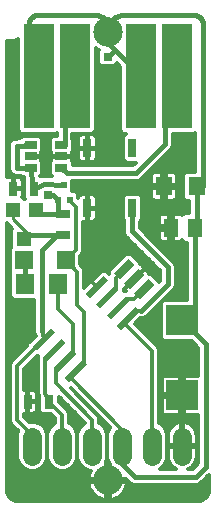
<source format=gtl>
G75*
G70*
%OFA0B0*%
%FSLAX24Y24*%
%IPPOS*%
%LPD*%
%AMOC8*
5,1,8,0,0,1.08239X$1,22.5*
%
%ADD10R,0.0197X0.0866*%
%ADD11R,0.0512X0.0630*%
%ADD12R,0.0591X0.0591*%
%ADD13R,0.0630X0.0709*%
%ADD14R,0.0315X0.0472*%
%ADD15C,0.0640*%
%ADD16R,0.0551X0.0630*%
%ADD17R,0.1063X0.1004*%
%ADD18R,0.0300X0.0600*%
%ADD19R,0.0276X0.0669*%
%ADD20C,0.0984*%
%ADD21R,0.0472X0.0315*%
%ADD22R,0.0390X0.0272*%
%ADD23R,0.0197X0.0236*%
%ADD24R,0.1000X0.3500*%
%ADD25R,0.0512X0.0512*%
%ADD26R,0.0472X0.0492*%
%ADD27R,0.0276X0.0276*%
%ADD28C,0.0120*%
%ADD29C,0.0160*%
%ADD30C,0.0100*%
D10*
G36*
X004990Y007057D02*
X005129Y006918D01*
X004518Y006307D01*
X004379Y006446D01*
X004990Y007057D01*
G37*
G36*
X004640Y007408D02*
X004779Y007269D01*
X004168Y006658D01*
X004029Y006797D01*
X004640Y007408D01*
G37*
G36*
X004286Y007761D02*
X004425Y007622D01*
X003814Y007011D01*
X003675Y007150D01*
X004286Y007761D01*
G37*
G36*
X003932Y008115D02*
X004071Y007976D01*
X003460Y007365D01*
X003321Y007504D01*
X003932Y008115D01*
G37*
G36*
X003234Y005301D02*
X003373Y005162D01*
X002762Y004551D01*
X002623Y004690D01*
X003234Y005301D01*
G37*
G36*
X002881Y005655D02*
X003020Y005516D01*
X002409Y004905D01*
X002270Y005044D01*
X002881Y005655D01*
G37*
G36*
X002527Y006008D02*
X002666Y005869D01*
X002055Y005258D01*
X001916Y005397D01*
X002527Y006008D01*
G37*
G36*
X002174Y006362D02*
X002313Y006223D01*
X001702Y005612D01*
X001563Y005751D01*
X002174Y006362D01*
G37*
D11*
X006966Y009709D03*
X006178Y009709D03*
D12*
X001283Y008629D03*
X002661Y008629D03*
D13*
X002423Y007849D03*
X001321Y007849D03*
D14*
X001626Y011009D03*
X000917Y011009D03*
X001397Y003909D03*
X002106Y003909D03*
D15*
X001552Y002749D02*
X001552Y002109D01*
X002552Y002109D02*
X002552Y002749D01*
X003552Y002749D02*
X003552Y002109D01*
X004552Y002109D02*
X004552Y002749D01*
X005552Y002749D02*
X005552Y002109D01*
X006552Y002109D02*
X006552Y002749D01*
D16*
X005941Y011089D03*
X007043Y011089D03*
D17*
X006552Y004120D03*
X006552Y006617D03*
D18*
X004891Y012362D03*
X004891Y010362D03*
X003391Y012362D03*
X003391Y010362D03*
D19*
G36*
X004486Y008002D02*
X004291Y008197D01*
X004762Y008668D01*
X004957Y008473D01*
X004486Y008002D01*
G37*
G36*
X004820Y007668D02*
X004625Y007863D01*
X005096Y008334D01*
X005291Y008139D01*
X004820Y007668D01*
G37*
G36*
X005154Y007334D02*
X004959Y007529D01*
X005430Y008000D01*
X005625Y007805D01*
X005154Y007334D01*
G37*
D20*
X004072Y001288D03*
X004072Y016249D03*
D21*
X002572Y009454D03*
X002572Y010163D03*
D22*
X001500Y012463D03*
X001500Y012089D03*
X001500Y011714D03*
X002524Y011714D03*
X002524Y012089D03*
X002524Y012463D03*
D23*
X002612Y011144D03*
X002415Y010633D03*
X002809Y010633D03*
D24*
X005163Y014769D03*
X006381Y014769D03*
X001763Y014769D03*
X002981Y014769D03*
D25*
X001292Y009317D03*
D26*
X001686Y010311D03*
X000898Y010311D03*
D27*
X004072Y015409D03*
X002092Y010809D03*
D28*
X002998Y004926D02*
X002852Y004749D01*
X002852Y004689D01*
X004592Y002949D01*
X004592Y002469D01*
X004552Y002429D01*
X002998Y004926D02*
X003029Y004926D01*
X003292Y005189D01*
X003292Y006889D01*
X003052Y007129D01*
X003052Y008237D01*
X002661Y008629D01*
X003012Y008980D01*
X003012Y010409D01*
X002809Y010612D01*
X002809Y010633D01*
X005221Y009988D02*
X005221Y010737D01*
X005116Y010842D01*
X004667Y010842D01*
X004561Y010737D01*
X004561Y009988D01*
X004612Y009937D01*
X004612Y009537D01*
X004651Y009441D01*
X004725Y009368D01*
X005812Y008281D01*
X005812Y007936D01*
X005781Y007905D01*
X005505Y008181D01*
X005446Y008181D01*
X005441Y008202D01*
X005420Y008239D01*
X005314Y008345D01*
X004970Y008001D01*
X004958Y008014D01*
X005301Y008357D01*
X005195Y008463D01*
X005159Y008484D01*
X005138Y008490D01*
X005138Y008549D01*
X004837Y008849D01*
X004688Y008849D01*
X004109Y008271D01*
X004109Y008165D01*
X004031Y008244D01*
X003995Y008265D01*
X003954Y008276D01*
X003912Y008276D01*
X003871Y008265D01*
X003835Y008244D01*
X003514Y007923D01*
X003696Y007740D01*
X003696Y007740D01*
X003514Y007922D01*
X003292Y007701D01*
X003292Y008190D01*
X003292Y008285D01*
X003255Y008373D01*
X003136Y008493D01*
X003136Y008764D01*
X003148Y008776D01*
X003215Y008844D01*
X003252Y008932D01*
X003252Y009902D01*
X003376Y009902D01*
X003376Y010347D01*
X003406Y010347D01*
X003406Y009902D01*
X003562Y009902D01*
X003603Y009913D01*
X003639Y009934D01*
X003669Y009964D01*
X003690Y010000D01*
X003701Y010041D01*
X003701Y010347D01*
X003406Y010347D01*
X003406Y010377D01*
X003701Y010377D01*
X003701Y010683D01*
X003690Y010724D01*
X003669Y010760D01*
X003639Y010790D01*
X003603Y010811D01*
X003562Y010822D01*
X003406Y010822D01*
X003406Y010377D01*
X003376Y010377D01*
X003376Y010822D01*
X003220Y010822D01*
X003179Y010811D01*
X003143Y010790D01*
X003113Y010760D01*
X003092Y010724D01*
X003087Y010705D01*
X003087Y010825D01*
X002982Y010931D01*
X002869Y010931D01*
X002890Y010952D01*
X002890Y011269D01*
X004960Y011269D01*
X005064Y011269D01*
X005159Y011308D01*
X006119Y012268D01*
X006192Y012341D01*
X006232Y012437D01*
X006232Y012839D01*
X006955Y012839D01*
X006992Y012875D01*
X006992Y011583D01*
X006693Y011583D01*
X006587Y011478D01*
X006587Y010699D01*
X006693Y010594D01*
X006783Y010594D01*
X006783Y010203D01*
X006635Y010203D01*
X006558Y010126D01*
X006532Y010151D01*
X006496Y010173D01*
X006455Y010183D01*
X006238Y010183D01*
X006238Y009769D01*
X006118Y009769D01*
X006118Y010183D01*
X005901Y010183D01*
X005860Y010173D01*
X005824Y010151D01*
X005794Y010122D01*
X005773Y010085D01*
X005762Y010045D01*
X005762Y009768D01*
X006118Y009768D01*
X006118Y009649D01*
X005762Y009649D01*
X005762Y009372D01*
X005773Y009332D01*
X005794Y009295D01*
X005824Y009266D01*
X005860Y009244D01*
X005901Y009234D01*
X006118Y009234D01*
X006118Y009648D01*
X006238Y009648D01*
X006238Y009234D01*
X006455Y009234D01*
X006496Y009244D01*
X006532Y009266D01*
X006558Y009291D01*
X006635Y009214D01*
X006706Y009214D01*
X006706Y007298D01*
X005946Y007298D01*
X005840Y007193D01*
X005840Y006040D01*
X005946Y005935D01*
X006866Y005935D01*
X007092Y005709D01*
X007092Y004782D01*
X006612Y004782D01*
X006612Y004181D01*
X006492Y004181D01*
X006492Y004782D01*
X005999Y004782D01*
X005959Y004771D01*
X005922Y004750D01*
X005892Y004721D01*
X005871Y004684D01*
X005860Y004644D01*
X005860Y004180D01*
X006492Y004180D01*
X006492Y004061D01*
X005860Y004061D01*
X005860Y003597D01*
X005871Y003557D01*
X005892Y003520D01*
X005922Y003490D01*
X005959Y003469D01*
X005999Y003459D01*
X006492Y003459D01*
X006492Y004060D01*
X006612Y004060D01*
X006612Y003459D01*
X007092Y003459D01*
X007092Y001856D01*
X006904Y001668D01*
X006745Y001668D01*
X006803Y001698D01*
X006864Y001742D01*
X006918Y001796D01*
X006962Y001857D01*
X006997Y001924D01*
X007020Y001996D01*
X007032Y002071D01*
X007032Y002388D01*
X006592Y002388D01*
X006592Y002469D01*
X007032Y002469D01*
X007032Y002786D01*
X007020Y002861D01*
X006997Y002933D01*
X006962Y003000D01*
X006918Y003061D01*
X006864Y003115D01*
X006803Y003159D01*
X006736Y003193D01*
X006664Y003217D01*
X006592Y003228D01*
X006592Y002469D01*
X006512Y002469D01*
X006512Y003228D01*
X006439Y003217D01*
X006368Y003193D01*
X006300Y003159D01*
X006239Y003115D01*
X006186Y003061D01*
X006141Y003000D01*
X006107Y002933D01*
X006084Y002861D01*
X006072Y002786D01*
X006072Y002469D01*
X006512Y002469D01*
X006512Y002388D01*
X006072Y002388D01*
X006072Y002071D01*
X006084Y001996D01*
X006107Y001924D01*
X006141Y001857D01*
X006186Y001796D01*
X006239Y001742D01*
X006300Y001698D01*
X006358Y001668D01*
X005796Y001668D01*
X005835Y001685D01*
X005976Y001825D01*
X006052Y002009D01*
X006052Y002848D01*
X005976Y003032D01*
X005835Y003172D01*
X005792Y003190D01*
X005792Y005541D01*
X005792Y005636D01*
X005755Y005724D01*
X004973Y006507D01*
X005154Y006689D01*
X005244Y006689D01*
X005339Y006728D01*
X006219Y007608D01*
X006292Y007681D01*
X006332Y007777D01*
X006332Y008337D01*
X006332Y008440D01*
X006292Y008536D01*
X005132Y009696D01*
X005132Y009898D01*
X005221Y009988D01*
X005505Y011148D02*
X005880Y011148D01*
X005880Y011029D01*
X005505Y011029D01*
X005505Y010752D01*
X005516Y010712D01*
X005537Y010675D01*
X005567Y010646D01*
X005603Y010624D01*
X005644Y010614D01*
X005881Y010614D01*
X005881Y011028D01*
X006001Y011028D01*
X006001Y010614D01*
X006237Y010614D01*
X006278Y010624D01*
X006314Y010646D01*
X006344Y010675D01*
X006365Y010712D01*
X006376Y010752D01*
X006376Y011029D01*
X006001Y011029D01*
X006001Y011148D01*
X006376Y011148D01*
X006376Y011425D01*
X006365Y011465D01*
X006344Y011502D01*
X006314Y011531D01*
X006278Y011553D01*
X006237Y011563D01*
X006001Y011563D01*
X006001Y011149D01*
X005881Y011149D01*
X005881Y011563D01*
X005644Y011563D01*
X005603Y011553D01*
X005567Y011531D01*
X005537Y011502D01*
X005516Y011465D01*
X005505Y011425D01*
X005505Y011148D01*
X002898Y011788D02*
X002898Y011925D01*
X002878Y011945D01*
X002878Y012081D01*
X002532Y012081D01*
X002532Y012096D01*
X002878Y012096D01*
X002878Y012232D01*
X002898Y012252D01*
X002898Y012673D01*
X002892Y012680D01*
X002892Y012839D01*
X003555Y012839D01*
X003661Y012944D01*
X003661Y015709D01*
X003691Y015679D01*
X003777Y015644D01*
X003754Y015621D01*
X003754Y015196D01*
X003859Y015091D01*
X004284Y015091D01*
X004379Y015185D01*
X004483Y015081D01*
X004483Y012944D01*
X004588Y012839D01*
X004663Y012839D01*
X004561Y012737D01*
X004561Y011988D01*
X004667Y011882D01*
X004998Y011882D01*
X004904Y011788D01*
X002898Y011788D01*
X003406Y012822D02*
X003406Y012377D01*
X003376Y012377D01*
X003376Y012822D01*
X003220Y012822D01*
X003179Y012811D01*
X003143Y012790D01*
X003113Y012760D01*
X003092Y012724D01*
X003081Y012683D01*
X003081Y012377D01*
X003376Y012377D01*
X003376Y012347D01*
X003081Y012347D01*
X003081Y012041D01*
X003092Y012000D01*
X003113Y011964D01*
X003143Y011934D01*
X003179Y011913D01*
X003220Y011902D01*
X003376Y011902D01*
X003376Y012347D01*
X003406Y012347D01*
X003406Y011902D01*
X003562Y011902D01*
X003603Y011913D01*
X003639Y011934D01*
X003669Y011964D01*
X003690Y012000D01*
X003701Y012041D01*
X003701Y012347D01*
X003406Y012347D01*
X003406Y012377D01*
X003701Y012377D01*
X003701Y012683D01*
X003690Y012724D01*
X003669Y012760D01*
X003639Y012790D01*
X003603Y012811D01*
X003562Y012822D01*
X003406Y012822D01*
X002254Y012778D02*
X002149Y012673D01*
X002149Y012252D01*
X002169Y012232D01*
X002169Y012096D01*
X002515Y012096D01*
X002515Y012081D01*
X002169Y012081D01*
X002169Y011945D01*
X002149Y011925D01*
X002149Y011504D01*
X002226Y011427D01*
X001976Y011441D01*
X001953Y011447D01*
X001925Y011444D01*
X001896Y011445D01*
X001874Y011437D01*
X001850Y011434D01*
X001833Y011425D01*
X001795Y011425D01*
X001875Y011504D01*
X001875Y011925D01*
X001855Y011945D01*
X001855Y012081D01*
X001508Y012081D01*
X001508Y012096D01*
X001855Y012096D01*
X001855Y012232D01*
X001875Y012252D01*
X001875Y012673D01*
X001769Y012778D01*
X001231Y012778D01*
X001145Y012693D01*
X001021Y012682D01*
X000980Y012682D01*
X000970Y012678D01*
X000958Y012677D01*
X000922Y012658D01*
X000885Y012643D01*
X000876Y012635D01*
X000866Y012630D01*
X000840Y012599D01*
X000811Y012570D01*
X000807Y012559D01*
X000800Y012550D01*
X000787Y012512D01*
X000772Y012474D01*
X000772Y012463D01*
X000768Y012452D01*
X000772Y012411D01*
X000772Y011657D01*
X000811Y011561D01*
X000885Y011488D01*
X000980Y011449D01*
X001084Y011449D01*
X001181Y011449D01*
X001231Y011399D01*
X001260Y011399D01*
X001289Y011285D01*
X001289Y010698D01*
X001312Y010674D01*
X001292Y010654D01*
X001226Y010719D01*
X001235Y010751D01*
X001235Y010990D01*
X000936Y010990D01*
X000936Y011027D01*
X001235Y011027D01*
X001235Y011266D01*
X001224Y011306D01*
X001203Y011343D01*
X001173Y011373D01*
X001137Y011394D01*
X001096Y011405D01*
X000936Y011405D01*
X000936Y011027D01*
X000899Y011027D01*
X000899Y011405D01*
X000739Y011405D01*
X000708Y011396D01*
X000708Y015948D01*
X000749Y015931D01*
X000938Y015931D01*
X001083Y015991D01*
X001083Y012944D01*
X001188Y012839D01*
X002337Y012839D01*
X002372Y012873D01*
X002372Y012873D01*
X002372Y012778D01*
X002254Y012778D01*
X002831Y004370D02*
X004149Y003052D01*
X004128Y003032D01*
X004052Y002848D01*
X004052Y002009D01*
X004128Y001825D01*
X004132Y001821D01*
X004132Y001348D01*
X004012Y001348D01*
X004012Y001913D01*
X004052Y002009D01*
X004052Y002848D01*
X003976Y003032D01*
X003835Y003172D01*
X003792Y003190D01*
X003792Y003356D01*
X003755Y003444D01*
X003688Y003512D01*
X002829Y004370D01*
X002831Y004370D01*
X000808Y008998D02*
X000808Y008259D01*
X000826Y008241D01*
X000826Y007420D01*
X000931Y007314D01*
X001612Y007314D01*
X001612Y006213D01*
X001651Y006118D01*
X001659Y006110D01*
X001660Y006103D01*
X001382Y005825D01*
X001382Y005778D01*
X000916Y005312D01*
X000848Y005244D01*
X000812Y005156D01*
X000812Y003356D01*
X000812Y003261D01*
X000848Y003173D01*
X001087Y002934D01*
X001052Y002848D01*
X001052Y002009D01*
X001128Y001825D01*
X001269Y001685D01*
X001452Y001609D01*
X001651Y001609D01*
X001835Y001685D01*
X001976Y001825D01*
X002052Y002009D01*
X002052Y002848D01*
X001976Y003032D01*
X001835Y003172D01*
X001651Y003248D01*
X001452Y003248D01*
X001452Y003248D01*
X001292Y003408D01*
X001292Y003512D01*
X001379Y003512D01*
X001379Y003889D01*
X001416Y003889D01*
X001416Y003512D01*
X001576Y003512D01*
X001617Y003523D01*
X001653Y003544D01*
X001683Y003574D01*
X001704Y003611D01*
X001715Y003651D01*
X001715Y003890D01*
X001416Y003890D01*
X001416Y003927D01*
X001715Y003927D01*
X001715Y004166D01*
X001704Y004206D01*
X001683Y004243D01*
X001653Y004273D01*
X001617Y004294D01*
X001576Y004305D01*
X001416Y004305D01*
X001416Y003927D01*
X001379Y003927D01*
X001379Y004305D01*
X001292Y004305D01*
X001292Y005009D01*
X001714Y005431D01*
X001735Y005431D01*
X001735Y005322D01*
X001752Y005305D01*
X001752Y004212D01*
X001751Y004168D01*
X001752Y004164D01*
X001752Y004161D01*
X001769Y004120D01*
X001769Y003598D01*
X001874Y003492D01*
X002183Y003492D01*
X002312Y003363D01*
X002312Y003190D01*
X002269Y003172D01*
X002128Y003032D01*
X002052Y002848D01*
X002052Y002009D01*
X002128Y001825D01*
X002269Y001685D01*
X002452Y001609D01*
X002651Y001609D01*
X002835Y001685D01*
X002976Y001825D01*
X003052Y002009D01*
X003052Y002848D01*
X002976Y003032D01*
X002835Y003172D01*
X002792Y003190D01*
X002792Y003511D01*
X002755Y003599D01*
X002688Y003666D01*
X002444Y003910D01*
X002444Y004077D01*
X003312Y003209D01*
X003312Y003190D01*
X003269Y003172D01*
X003128Y003032D01*
X003052Y002848D01*
X003052Y002009D01*
X003128Y001825D01*
X003269Y001685D01*
X003452Y001609D01*
X003504Y001609D01*
X003486Y001577D01*
X003453Y001498D01*
X003431Y001416D01*
X003422Y001348D01*
X004012Y001348D01*
X004012Y001228D01*
X003422Y001228D01*
X003431Y001161D01*
X003453Y001078D01*
X003486Y000999D01*
X003528Y000925D01*
X003580Y000857D01*
X003641Y000797D01*
X003709Y000745D01*
X003783Y000702D01*
X003862Y000669D01*
X003944Y000647D01*
X004012Y000638D01*
X004012Y001228D01*
X004132Y001228D01*
X004132Y000638D01*
X004199Y000647D01*
X004282Y000669D01*
X004361Y000702D01*
X004435Y000745D01*
X004503Y000797D01*
X004563Y000857D01*
X004615Y000925D01*
X004658Y000999D01*
X004691Y001078D01*
X004713Y001161D01*
X004722Y001228D01*
X004132Y001228D01*
X004132Y001348D01*
X004665Y001348D01*
X004825Y001188D01*
X004920Y001149D01*
X005024Y001149D01*
X007064Y001149D01*
X007159Y001188D01*
X007232Y001261D01*
X007435Y001464D01*
X007435Y000922D01*
X007429Y000860D01*
X007381Y000744D01*
X007293Y000656D01*
X007178Y000608D01*
X007115Y000602D01*
X001028Y000602D01*
X000966Y000608D01*
X000851Y000656D01*
X000762Y000744D01*
X000715Y000860D01*
X000708Y000922D01*
X000708Y000980D01*
X000708Y000997D01*
X000708Y009850D01*
X000803Y009755D01*
X000884Y009675D01*
X000856Y009647D01*
X000856Y009047D01*
X000808Y008998D01*
X004614Y007645D02*
X004671Y007589D01*
X004606Y007589D01*
X004606Y007662D01*
X004945Y008001D01*
X004957Y007988D01*
X004614Y007645D01*
X003773Y000708D02*
X000799Y000708D01*
X004012Y000708D02*
X004132Y000708D01*
X004370Y000708D02*
X007345Y000708D01*
X003612Y000826D02*
X000729Y000826D01*
X004012Y000826D02*
X004132Y000826D01*
X004532Y000826D02*
X007415Y000826D01*
X003517Y000945D02*
X000708Y000945D01*
X004012Y000945D02*
X004132Y000945D01*
X004626Y000945D02*
X007435Y000945D01*
X003459Y001063D02*
X000708Y001063D01*
X004012Y001063D02*
X004132Y001063D01*
X004684Y001063D02*
X007435Y001063D01*
X003428Y001182D02*
X000708Y001182D01*
X004012Y001182D02*
X004132Y001182D01*
X004716Y001182D02*
X004840Y001182D01*
X007144Y001182D02*
X007435Y001182D01*
X004012Y001300D02*
X000708Y001300D01*
X004132Y001300D02*
X004712Y001300D01*
X007271Y001300D02*
X007435Y001300D01*
X003432Y001419D02*
X000708Y001419D01*
X004012Y001419D02*
X004132Y001419D01*
X007390Y001419D02*
X007435Y001419D01*
X003469Y001537D02*
X000708Y001537D01*
X004012Y001537D02*
X004132Y001537D01*
X001338Y001656D02*
X000708Y001656D01*
X001766Y001656D02*
X002338Y001656D01*
X002766Y001656D02*
X003338Y001656D01*
X004012Y001656D02*
X004132Y001656D01*
X001179Y001774D02*
X000708Y001774D01*
X001925Y001774D02*
X002179Y001774D01*
X002925Y001774D02*
X003179Y001774D01*
X004012Y001774D02*
X004132Y001774D01*
X005925Y001774D02*
X006207Y001774D01*
X006897Y001774D02*
X007010Y001774D01*
X001100Y001893D02*
X000708Y001893D01*
X002004Y001893D02*
X002100Y001893D01*
X003004Y001893D02*
X003100Y001893D01*
X004012Y001893D02*
X004100Y001893D01*
X006004Y001893D02*
X006123Y001893D01*
X006981Y001893D02*
X007092Y001893D01*
X001052Y002012D02*
X000708Y002012D01*
X002052Y002012D02*
X002052Y002012D01*
X003052Y002012D02*
X003052Y002012D01*
X004052Y002012D02*
X004052Y002012D01*
X006052Y002012D02*
X006081Y002012D01*
X007022Y002012D02*
X007092Y002012D01*
X001052Y002130D02*
X000708Y002130D01*
X002052Y002130D02*
X002052Y002130D01*
X003052Y002130D02*
X003052Y002130D01*
X004052Y002130D02*
X004052Y002130D01*
X006052Y002130D02*
X006072Y002130D01*
X007032Y002130D02*
X007092Y002130D01*
X001052Y002249D02*
X000708Y002249D01*
X002052Y002249D02*
X002052Y002249D01*
X003052Y002249D02*
X003052Y002249D01*
X004052Y002249D02*
X004052Y002249D01*
X006052Y002249D02*
X006072Y002249D01*
X007032Y002249D02*
X007092Y002249D01*
X001052Y002367D02*
X000708Y002367D01*
X002052Y002367D02*
X002052Y002367D01*
X003052Y002367D02*
X003052Y002367D01*
X004052Y002367D02*
X004052Y002367D01*
X006052Y002367D02*
X006072Y002367D01*
X007032Y002367D02*
X007092Y002367D01*
X001052Y002486D02*
X000708Y002486D01*
X002052Y002486D02*
X002052Y002486D01*
X003052Y002486D02*
X003052Y002486D01*
X004052Y002486D02*
X004052Y002486D01*
X006052Y002486D02*
X006072Y002486D01*
X006512Y002486D02*
X006592Y002486D01*
X007032Y002486D02*
X007092Y002486D01*
X001052Y002604D02*
X000708Y002604D01*
X002052Y002604D02*
X002052Y002604D01*
X003052Y002604D02*
X003052Y002604D01*
X004052Y002604D02*
X004052Y002604D01*
X006052Y002604D02*
X006072Y002604D01*
X006512Y002604D02*
X006592Y002604D01*
X007032Y002604D02*
X007092Y002604D01*
X001052Y002723D02*
X000708Y002723D01*
X002052Y002723D02*
X002052Y002723D01*
X003052Y002723D02*
X003052Y002723D01*
X004052Y002723D02*
X004052Y002723D01*
X006052Y002723D02*
X006072Y002723D01*
X006512Y002723D02*
X006592Y002723D01*
X007032Y002723D02*
X007092Y002723D01*
X001052Y002841D02*
X000708Y002841D01*
X002052Y002841D02*
X002052Y002841D01*
X003052Y002841D02*
X003052Y002841D01*
X004052Y002841D02*
X004052Y002841D01*
X006052Y002841D02*
X006081Y002841D01*
X006512Y002841D02*
X006592Y002841D01*
X007023Y002841D02*
X007092Y002841D01*
X001061Y002960D02*
X000708Y002960D01*
X002005Y002960D02*
X002098Y002960D01*
X003005Y002960D02*
X003098Y002960D01*
X004005Y002960D02*
X004098Y002960D01*
X006005Y002960D02*
X006121Y002960D01*
X006512Y002960D02*
X006592Y002960D01*
X006983Y002960D02*
X007092Y002960D01*
X000942Y003078D02*
X000708Y003078D01*
X001929Y003078D02*
X002175Y003078D01*
X002929Y003078D02*
X003175Y003078D01*
X003929Y003078D02*
X004122Y003078D01*
X005929Y003078D02*
X006203Y003078D01*
X006512Y003078D02*
X006592Y003078D01*
X006901Y003078D02*
X007092Y003078D01*
X000838Y003197D02*
X000708Y003197D01*
X001776Y003197D02*
X002312Y003197D01*
X002792Y003197D02*
X003312Y003197D01*
X003792Y003197D02*
X004004Y003197D01*
X005792Y003197D02*
X006379Y003197D01*
X006512Y003197D02*
X006592Y003197D01*
X006725Y003197D02*
X007092Y003197D01*
X000812Y003316D02*
X000708Y003316D01*
X001384Y003316D02*
X002312Y003316D01*
X002792Y003316D02*
X003205Y003316D01*
X003792Y003316D02*
X003885Y003316D01*
X005792Y003316D02*
X007092Y003316D01*
X000812Y003434D02*
X000708Y003434D01*
X001292Y003434D02*
X002241Y003434D01*
X002792Y003434D02*
X003087Y003434D01*
X003760Y003434D02*
X003767Y003434D01*
X005792Y003434D02*
X007092Y003434D01*
X000812Y003553D02*
X000708Y003553D01*
X001379Y003553D02*
X001416Y003553D01*
X001662Y003553D02*
X001814Y003553D01*
X002774Y003553D02*
X002968Y003553D01*
X003647Y003553D02*
X003648Y003553D01*
X005792Y003553D02*
X005874Y003553D01*
X006492Y003553D02*
X006612Y003553D01*
X000812Y003671D02*
X000708Y003671D01*
X001379Y003671D02*
X001416Y003671D01*
X001715Y003671D02*
X001769Y003671D01*
X002683Y003671D02*
X002850Y003671D01*
X003529Y003671D02*
X003530Y003671D01*
X005792Y003671D02*
X005860Y003671D01*
X006492Y003671D02*
X006612Y003671D01*
X000812Y003790D02*
X000708Y003790D01*
X001379Y003790D02*
X001416Y003790D01*
X001715Y003790D02*
X001769Y003790D01*
X002564Y003790D02*
X002731Y003790D01*
X003410Y003790D02*
X003411Y003790D01*
X005792Y003790D02*
X005860Y003790D01*
X006492Y003790D02*
X006612Y003790D01*
X000812Y003908D02*
X000708Y003908D01*
X001416Y003908D02*
X001769Y003908D01*
X002446Y003908D02*
X002613Y003908D01*
X003291Y003908D02*
X003293Y003908D01*
X005792Y003908D02*
X005860Y003908D01*
X006492Y003908D02*
X006612Y003908D01*
X000812Y004027D02*
X000708Y004027D01*
X001379Y004027D02*
X001416Y004027D01*
X001715Y004027D02*
X001769Y004027D01*
X002444Y004027D02*
X002494Y004027D01*
X003173Y004027D02*
X003174Y004027D01*
X005792Y004027D02*
X005860Y004027D01*
X006492Y004027D02*
X006612Y004027D01*
X000812Y004145D02*
X000708Y004145D01*
X001379Y004145D02*
X001416Y004145D01*
X001715Y004145D02*
X001758Y004145D01*
X003054Y004145D02*
X003056Y004145D01*
X005792Y004145D02*
X006492Y004145D01*
X000812Y004264D02*
X000708Y004264D01*
X001379Y004264D02*
X001416Y004264D01*
X001662Y004264D02*
X001752Y004264D01*
X002936Y004264D02*
X002937Y004264D01*
X005792Y004264D02*
X005860Y004264D01*
X006492Y004264D02*
X006612Y004264D01*
X000812Y004382D02*
X000708Y004382D01*
X001292Y004382D02*
X001752Y004382D01*
X005792Y004382D02*
X005860Y004382D01*
X006492Y004382D02*
X006612Y004382D01*
X000812Y004501D02*
X000708Y004501D01*
X001292Y004501D02*
X001752Y004501D01*
X005792Y004501D02*
X005860Y004501D01*
X006492Y004501D02*
X006612Y004501D01*
X000812Y004619D02*
X000708Y004619D01*
X001292Y004619D02*
X001752Y004619D01*
X005792Y004619D02*
X005860Y004619D01*
X006492Y004619D02*
X006612Y004619D01*
X000812Y004738D02*
X000708Y004738D01*
X001292Y004738D02*
X001752Y004738D01*
X005792Y004738D02*
X005910Y004738D01*
X006492Y004738D02*
X006612Y004738D01*
X000812Y004857D02*
X000708Y004857D01*
X001292Y004857D02*
X001752Y004857D01*
X005792Y004857D02*
X007092Y004857D01*
X000812Y004975D02*
X000708Y004975D01*
X001292Y004975D02*
X001752Y004975D01*
X005792Y004975D02*
X007092Y004975D01*
X000812Y005094D02*
X000708Y005094D01*
X001376Y005094D02*
X001752Y005094D01*
X005792Y005094D02*
X007092Y005094D01*
X000835Y005212D02*
X000708Y005212D01*
X001495Y005212D02*
X001752Y005212D01*
X005792Y005212D02*
X007092Y005212D01*
X000935Y005331D02*
X000708Y005331D01*
X001613Y005331D02*
X001735Y005331D01*
X005792Y005331D02*
X007092Y005331D01*
X001053Y005449D02*
X000708Y005449D01*
X005792Y005449D02*
X007092Y005449D01*
X001172Y005568D02*
X000708Y005568D01*
X005792Y005568D02*
X007092Y005568D01*
X001290Y005686D02*
X000708Y005686D01*
X005771Y005686D02*
X007092Y005686D01*
X001382Y005805D02*
X000708Y005805D01*
X005675Y005805D02*
X006996Y005805D01*
X001481Y005923D02*
X000708Y005923D01*
X005556Y005923D02*
X006877Y005923D01*
X001599Y006042D02*
X000708Y006042D01*
X005438Y006042D02*
X005840Y006042D01*
X001634Y006161D02*
X000708Y006161D01*
X005319Y006161D02*
X005840Y006161D01*
X001612Y006279D02*
X000708Y006279D01*
X005201Y006279D02*
X005840Y006279D01*
X001612Y006398D02*
X000708Y006398D01*
X005082Y006398D02*
X005840Y006398D01*
X001612Y006516D02*
X000708Y006516D01*
X004982Y006516D02*
X005840Y006516D01*
X001612Y006635D02*
X000708Y006635D01*
X005101Y006635D02*
X005840Y006635D01*
X001612Y006753D02*
X000708Y006753D01*
X005364Y006753D02*
X005840Y006753D01*
X001612Y006872D02*
X000708Y006872D01*
X005483Y006872D02*
X005840Y006872D01*
X001612Y006990D02*
X000708Y006990D01*
X005601Y006990D02*
X005840Y006990D01*
X001612Y007109D02*
X000708Y007109D01*
X005720Y007109D02*
X005840Y007109D01*
X001612Y007227D02*
X000708Y007227D01*
X005838Y007227D02*
X005875Y007227D01*
X000899Y007346D02*
X000708Y007346D01*
X005957Y007346D02*
X006706Y007346D01*
X000826Y007465D02*
X000708Y007465D01*
X006076Y007465D02*
X006706Y007465D01*
X000826Y007583D02*
X000708Y007583D01*
X006194Y007583D02*
X006706Y007583D01*
X000826Y007702D02*
X000708Y007702D01*
X003292Y007702D02*
X003293Y007702D01*
X004645Y007702D02*
X004671Y007702D01*
X006301Y007702D02*
X006706Y007702D01*
X000826Y007820D02*
X000708Y007820D01*
X003292Y007820D02*
X003411Y007820D01*
X003616Y007820D02*
X003616Y007820D01*
X004764Y007820D02*
X004789Y007820D01*
X006332Y007820D02*
X006706Y007820D01*
X000826Y007939D02*
X000708Y007939D01*
X003292Y007939D02*
X003530Y007939D01*
X004882Y007939D02*
X004908Y007939D01*
X005748Y007939D02*
X005812Y007939D01*
X006332Y007939D02*
X006706Y007939D01*
X000826Y008057D02*
X000708Y008057D01*
X003292Y008057D02*
X003648Y008057D01*
X005001Y008057D02*
X005026Y008057D01*
X005629Y008057D02*
X005812Y008057D01*
X006332Y008057D02*
X006706Y008057D01*
X000826Y008176D02*
X000708Y008176D01*
X003292Y008176D02*
X003767Y008176D01*
X004099Y008176D02*
X004109Y008176D01*
X005120Y008176D02*
X005145Y008176D01*
X005511Y008176D02*
X005812Y008176D01*
X006332Y008176D02*
X006706Y008176D01*
X000808Y008294D02*
X000708Y008294D01*
X003288Y008294D02*
X004133Y008294D01*
X005238Y008294D02*
X005263Y008294D01*
X005364Y008294D02*
X005798Y008294D01*
X006332Y008294D02*
X006706Y008294D01*
X000808Y008413D02*
X000708Y008413D01*
X003216Y008413D02*
X004252Y008413D01*
X005245Y008413D02*
X005680Y008413D01*
X006332Y008413D02*
X006706Y008413D01*
X000808Y008531D02*
X000708Y008531D01*
X003136Y008531D02*
X004370Y008531D01*
X005138Y008531D02*
X005561Y008531D01*
X006294Y008531D02*
X006706Y008531D01*
X000808Y008650D02*
X000708Y008650D01*
X003136Y008650D02*
X004489Y008650D01*
X005037Y008650D02*
X005443Y008650D01*
X006178Y008650D02*
X006706Y008650D01*
X000808Y008769D02*
X000708Y008769D01*
X003140Y008769D02*
X004607Y008769D01*
X004918Y008769D02*
X005324Y008769D01*
X006059Y008769D02*
X006706Y008769D01*
X000808Y008887D02*
X000708Y008887D01*
X003233Y008887D02*
X005206Y008887D01*
X005941Y008887D02*
X006706Y008887D01*
X000815Y009006D02*
X000708Y009006D01*
X003252Y009006D02*
X005087Y009006D01*
X005822Y009006D02*
X006706Y009006D01*
X000856Y009124D02*
X000708Y009124D01*
X003252Y009124D02*
X004968Y009124D01*
X005704Y009124D02*
X006706Y009124D01*
X000856Y009243D02*
X000708Y009243D01*
X003252Y009243D02*
X004850Y009243D01*
X005585Y009243D02*
X005867Y009243D01*
X006118Y009243D02*
X006238Y009243D01*
X006489Y009243D02*
X006606Y009243D01*
X000856Y009361D02*
X000708Y009361D01*
X003252Y009361D02*
X004731Y009361D01*
X005467Y009361D02*
X005765Y009361D01*
X006118Y009361D02*
X006238Y009361D01*
X000856Y009480D02*
X000708Y009480D01*
X003252Y009480D02*
X004635Y009480D01*
X005348Y009480D02*
X005762Y009480D01*
X006118Y009480D02*
X006238Y009480D01*
X000856Y009598D02*
X000708Y009598D01*
X003252Y009598D02*
X004612Y009598D01*
X005230Y009598D02*
X005762Y009598D01*
X006118Y009598D02*
X006238Y009598D01*
X000841Y009717D02*
X000708Y009717D01*
X003252Y009717D02*
X004612Y009717D01*
X005132Y009717D02*
X006118Y009717D01*
X000723Y009835D02*
X000708Y009835D01*
X003252Y009835D02*
X004612Y009835D01*
X005132Y009835D02*
X005762Y009835D01*
X006118Y009835D02*
X006238Y009835D01*
X003406Y009954D02*
X003376Y009954D01*
X003659Y009954D02*
X004595Y009954D01*
X005188Y009954D02*
X005762Y009954D01*
X006118Y009954D02*
X006238Y009954D01*
X003406Y010072D02*
X003376Y010072D01*
X003701Y010072D02*
X004561Y010072D01*
X005221Y010072D02*
X005770Y010072D01*
X006118Y010072D02*
X006238Y010072D01*
X003406Y010191D02*
X003376Y010191D01*
X003701Y010191D02*
X004561Y010191D01*
X005221Y010191D02*
X006623Y010191D01*
X003406Y010310D02*
X003376Y010310D01*
X003701Y010310D02*
X004561Y010310D01*
X005221Y010310D02*
X006783Y010310D01*
X003406Y010428D02*
X003376Y010428D01*
X003701Y010428D02*
X004561Y010428D01*
X005221Y010428D02*
X006783Y010428D01*
X003406Y010547D02*
X003376Y010547D01*
X003701Y010547D02*
X004561Y010547D01*
X005221Y010547D02*
X006783Y010547D01*
X001303Y010665D02*
X001280Y010665D01*
X003376Y010665D02*
X003406Y010665D01*
X003701Y010665D02*
X004561Y010665D01*
X005221Y010665D02*
X005547Y010665D01*
X005881Y010665D02*
X006001Y010665D01*
X006334Y010665D02*
X006621Y010665D01*
X001289Y010784D02*
X001235Y010784D01*
X003087Y010784D02*
X003137Y010784D01*
X003376Y010784D02*
X003406Y010784D01*
X003646Y010784D02*
X004608Y010784D01*
X005174Y010784D02*
X005505Y010784D01*
X005881Y010784D02*
X006001Y010784D01*
X006376Y010784D02*
X006587Y010784D01*
X001289Y010902D02*
X001235Y010902D01*
X003010Y010902D02*
X005505Y010902D01*
X005881Y010902D02*
X006001Y010902D01*
X006376Y010902D02*
X006587Y010902D01*
X001289Y011021D02*
X000936Y011021D01*
X002890Y011021D02*
X005505Y011021D01*
X005881Y011021D02*
X006001Y011021D01*
X006376Y011021D02*
X006587Y011021D01*
X000936Y011139D02*
X000899Y011139D01*
X001235Y011139D02*
X001289Y011139D01*
X002890Y011139D02*
X005880Y011139D01*
X006001Y011139D02*
X006587Y011139D01*
X000936Y011258D02*
X000899Y011258D01*
X001235Y011258D02*
X001289Y011258D01*
X002890Y011258D02*
X005505Y011258D01*
X005881Y011258D02*
X006001Y011258D01*
X006376Y011258D02*
X006587Y011258D01*
X000936Y011376D02*
X000899Y011376D01*
X001167Y011376D02*
X001266Y011376D01*
X005227Y011376D02*
X005505Y011376D01*
X005881Y011376D02*
X006001Y011376D01*
X006376Y011376D02*
X006587Y011376D01*
X000878Y011495D02*
X000708Y011495D01*
X001866Y011495D02*
X002158Y011495D01*
X005346Y011495D02*
X005533Y011495D01*
X005881Y011495D02*
X006001Y011495D01*
X006348Y011495D02*
X006604Y011495D01*
X000790Y011614D02*
X000708Y011614D01*
X001875Y011614D02*
X002149Y011614D01*
X005465Y011614D02*
X006992Y011614D01*
X000772Y011732D02*
X000708Y011732D01*
X001875Y011732D02*
X002149Y011732D01*
X005583Y011732D02*
X006992Y011732D01*
X000772Y011851D02*
X000708Y011851D01*
X001875Y011851D02*
X002149Y011851D01*
X002898Y011851D02*
X004966Y011851D01*
X005702Y011851D02*
X006992Y011851D01*
X000772Y011969D02*
X000708Y011969D01*
X001855Y011969D02*
X002169Y011969D01*
X002878Y011969D02*
X003110Y011969D01*
X003376Y011969D02*
X003406Y011969D01*
X003672Y011969D02*
X004580Y011969D01*
X005820Y011969D02*
X006992Y011969D01*
X000772Y012088D02*
X000708Y012088D01*
X001508Y012088D02*
X002515Y012088D01*
X002532Y012088D02*
X003081Y012088D01*
X003376Y012088D02*
X003406Y012088D01*
X003701Y012088D02*
X004561Y012088D01*
X005939Y012088D02*
X006992Y012088D01*
X000772Y012206D02*
X000708Y012206D01*
X001855Y012206D02*
X002169Y012206D01*
X002878Y012206D02*
X003081Y012206D01*
X003376Y012206D02*
X003406Y012206D01*
X003701Y012206D02*
X004561Y012206D01*
X006057Y012206D02*
X006992Y012206D01*
X000772Y012325D02*
X000708Y012325D01*
X001875Y012325D02*
X002149Y012325D01*
X002898Y012325D02*
X003081Y012325D01*
X003376Y012325D02*
X003406Y012325D01*
X003701Y012325D02*
X004561Y012325D01*
X006176Y012325D02*
X006992Y012325D01*
X000769Y012443D02*
X000708Y012443D01*
X001875Y012443D02*
X002149Y012443D01*
X002898Y012443D02*
X003081Y012443D01*
X003376Y012443D02*
X003406Y012443D01*
X003701Y012443D02*
X004561Y012443D01*
X006232Y012443D02*
X006992Y012443D01*
X000808Y012562D02*
X000708Y012562D01*
X001875Y012562D02*
X002149Y012562D01*
X002898Y012562D02*
X003081Y012562D01*
X003376Y012562D02*
X003406Y012562D01*
X003701Y012562D02*
X004561Y012562D01*
X006232Y012562D02*
X006992Y012562D01*
X000975Y012680D02*
X000708Y012680D01*
X001867Y012680D02*
X002156Y012680D01*
X002892Y012680D02*
X003081Y012680D01*
X003376Y012680D02*
X003406Y012680D01*
X003701Y012680D02*
X004561Y012680D01*
X006232Y012680D02*
X006992Y012680D01*
X002372Y012799D02*
X000708Y012799D01*
X002892Y012799D02*
X003158Y012799D01*
X003376Y012799D02*
X003406Y012799D01*
X003624Y012799D02*
X004624Y012799D01*
X006232Y012799D02*
X006992Y012799D01*
X001109Y012918D02*
X000708Y012918D01*
X003634Y012918D02*
X004509Y012918D01*
X001083Y013036D02*
X000708Y013036D01*
X003661Y013036D02*
X004483Y013036D01*
X001083Y013155D02*
X000708Y013155D01*
X003661Y013155D02*
X004483Y013155D01*
X001083Y013273D02*
X000708Y013273D01*
X003661Y013273D02*
X004483Y013273D01*
X001083Y013392D02*
X000708Y013392D01*
X003661Y013392D02*
X004483Y013392D01*
X001083Y013510D02*
X000708Y013510D01*
X003661Y013510D02*
X004483Y013510D01*
X001083Y013629D02*
X000708Y013629D01*
X003661Y013629D02*
X004483Y013629D01*
X001083Y013747D02*
X000708Y013747D01*
X003661Y013747D02*
X004483Y013747D01*
X001083Y013866D02*
X000708Y013866D01*
X003661Y013866D02*
X004483Y013866D01*
X001083Y013984D02*
X000708Y013984D01*
X003661Y013984D02*
X004483Y013984D01*
X001083Y014103D02*
X000708Y014103D01*
X003661Y014103D02*
X004483Y014103D01*
X001083Y014221D02*
X000708Y014221D01*
X003661Y014221D02*
X004483Y014221D01*
X001083Y014340D02*
X000708Y014340D01*
X003661Y014340D02*
X004483Y014340D01*
X001083Y014459D02*
X000708Y014459D01*
X003661Y014459D02*
X004483Y014459D01*
X001083Y014577D02*
X000708Y014577D01*
X003661Y014577D02*
X004483Y014577D01*
X001083Y014696D02*
X000708Y014696D01*
X003661Y014696D02*
X004483Y014696D01*
X001083Y014814D02*
X000708Y014814D01*
X003661Y014814D02*
X004483Y014814D01*
X001083Y014933D02*
X000708Y014933D01*
X003661Y014933D02*
X004483Y014933D01*
X001083Y015051D02*
X000708Y015051D01*
X003661Y015051D02*
X004483Y015051D01*
X001083Y015170D02*
X000708Y015170D01*
X003661Y015170D02*
X003780Y015170D01*
X004363Y015170D02*
X004394Y015170D01*
X001083Y015288D02*
X000708Y015288D01*
X003661Y015288D02*
X003754Y015288D01*
X001083Y015407D02*
X000708Y015407D01*
X003661Y015407D02*
X003754Y015407D01*
X001083Y015525D02*
X000708Y015525D01*
X003661Y015525D02*
X003754Y015525D01*
X001083Y015644D02*
X000708Y015644D01*
X003661Y015644D02*
X003776Y015644D01*
X001083Y015763D02*
X000708Y015763D01*
X000708Y015881D02*
X001083Y015881D01*
X004050Y007386D02*
X004070Y007386D01*
X004332Y007649D01*
X004332Y008044D01*
X004624Y008335D01*
X004404Y007033D02*
X004404Y007040D01*
X004692Y007329D01*
X004953Y007329D01*
X005292Y007667D01*
X001938Y005987D02*
X001930Y005987D01*
X001052Y005109D01*
X001052Y003309D01*
X001552Y002809D01*
X001552Y002429D01*
X001930Y005987D02*
X001872Y006265D01*
X002372Y009454D02*
X002572Y009454D01*
X002291Y005633D02*
X001992Y005334D01*
X001992Y004209D01*
X002106Y003909D01*
X002552Y003463D01*
X002552Y002429D01*
X002645Y005280D02*
X002332Y004967D01*
X002332Y004529D01*
X003552Y003309D01*
X003552Y002429D01*
X002644Y005280D02*
X002911Y005549D01*
X002912Y005549D02*
X002912Y006489D01*
X002412Y006989D01*
X002412Y007837D01*
X002423Y007849D01*
X004892Y010182D02*
X004891Y010362D01*
X005552Y002429D02*
X005552Y005589D01*
X004612Y006529D01*
X004612Y006540D01*
X004754Y006682D01*
X005012Y006940D01*
X005012Y006949D01*
X005192Y006949D01*
X004872Y010163D02*
X004891Y010362D01*
D29*
X004072Y015860D02*
X004297Y015634D01*
X005163Y014769D01*
X004072Y015860D02*
X004072Y016249D01*
X006552Y006617D02*
X007352Y005817D01*
X007352Y001749D01*
X007012Y001409D01*
X004972Y001409D01*
X004552Y001829D01*
X004552Y002429D01*
X006552Y006617D02*
X006966Y007030D01*
X006966Y009709D01*
X007043Y011089D02*
X007252Y011089D01*
X007252Y016449D01*
X007250Y016487D01*
X007244Y016524D01*
X007234Y016560D01*
X007221Y016595D01*
X007204Y016629D01*
X007183Y016661D01*
X007160Y016690D01*
X007133Y016717D01*
X007104Y016740D01*
X007072Y016761D01*
X007038Y016778D01*
X007003Y016791D01*
X006967Y016801D01*
X006930Y016807D01*
X006892Y016809D01*
X004631Y016809D01*
X004585Y016807D01*
X004539Y016801D01*
X004494Y016792D01*
X004449Y016779D01*
X004406Y016762D01*
X004364Y016742D01*
X004325Y016718D01*
X004287Y016691D01*
X004252Y016661D01*
X004219Y016628D01*
X004189Y016593D01*
X004162Y016555D01*
X004138Y016516D01*
X004118Y016474D01*
X004101Y016431D01*
X004088Y016386D01*
X004079Y016341D01*
X004073Y016295D01*
X004071Y016249D01*
X004072Y016249D02*
X004072Y016349D01*
X004092Y016349D01*
X004090Y016389D01*
X004085Y016429D01*
X004076Y016468D01*
X004064Y016506D01*
X004049Y016543D01*
X004030Y016579D01*
X004009Y016613D01*
X003984Y016645D01*
X003957Y016674D01*
X003928Y016701D01*
X003896Y016726D01*
X003862Y016747D01*
X003826Y016766D01*
X003789Y016781D01*
X003751Y016793D01*
X003712Y016802D01*
X003672Y016807D01*
X003632Y016809D01*
X001752Y016809D01*
X001719Y016807D01*
X001685Y016802D01*
X001653Y016793D01*
X001622Y016781D01*
X001592Y016766D01*
X001564Y016748D01*
X001538Y016727D01*
X001514Y016703D01*
X001493Y016677D01*
X001475Y016649D01*
X001460Y016619D01*
X001448Y016588D01*
X001439Y016556D01*
X001434Y016522D01*
X001432Y016489D01*
X001432Y015869D01*
X001432Y015868D02*
X001467Y015866D01*
X001501Y015861D01*
X001534Y015852D01*
X001567Y015839D01*
X001597Y015824D01*
X001627Y015805D01*
X001653Y015783D01*
X001678Y015758D01*
X001700Y015732D01*
X001719Y015702D01*
X001734Y015672D01*
X001747Y015639D01*
X001756Y015606D01*
X001761Y015572D01*
X001763Y015537D01*
X001763Y014769D01*
X006966Y009709D02*
X006981Y009710D01*
X006995Y009715D01*
X007009Y009722D01*
X007020Y009732D01*
X007030Y009743D01*
X007037Y009757D01*
X007042Y009771D01*
X007043Y009786D01*
X007043Y011089D01*
X004072Y015409D02*
X004297Y015634D01*
X001283Y008629D02*
X001321Y008629D01*
X001321Y007849D01*
X001872Y006265D02*
X001872Y008954D01*
X002372Y009454D01*
X001292Y009317D02*
X001429Y009454D01*
X002572Y009454D01*
X005192Y006949D02*
X006072Y007829D01*
X006072Y008389D01*
X004872Y009589D01*
X004872Y010163D01*
X002612Y011144D02*
X001933Y011183D01*
X001626Y011009D01*
X001500Y011511D01*
X001500Y011714D01*
X001494Y011709D01*
X001032Y011709D01*
X001032Y012423D01*
X001500Y012463D01*
X002415Y010320D02*
X002417Y010298D01*
X002421Y010276D01*
X002429Y010255D01*
X002440Y010235D01*
X002453Y010217D01*
X002469Y010201D01*
X002487Y010188D01*
X002507Y010177D01*
X002528Y010169D01*
X002550Y010165D01*
X002572Y010163D01*
X002415Y010320D02*
X002415Y010633D01*
X001833Y010163D02*
X001810Y010165D01*
X001787Y010170D01*
X001766Y010179D01*
X001746Y010191D01*
X001728Y010206D01*
X001713Y010224D01*
X001701Y010244D01*
X001692Y010265D01*
X001687Y010288D01*
X001685Y010311D01*
X001833Y010163D02*
X002572Y010163D01*
X002092Y010809D02*
X002239Y010809D01*
X002415Y010633D01*
X002524Y011714D02*
X002710Y011529D01*
X005012Y011529D01*
X005972Y012489D01*
X005972Y013289D01*
X006381Y013697D01*
X006381Y014769D01*
X002981Y014769D02*
X002632Y014420D01*
X002632Y012463D01*
X002524Y012463D01*
D30*
X001429Y009454D02*
X000898Y009985D01*
X000898Y010311D01*
M02*

</source>
